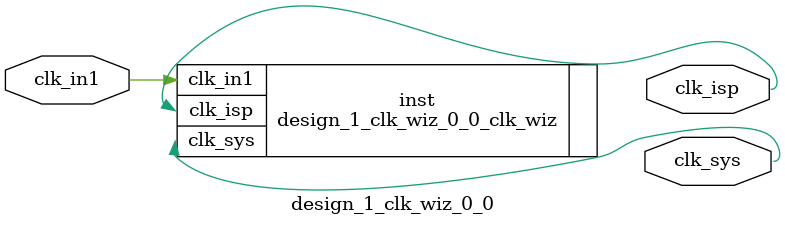
<source format=v>


`timescale 1ps/1ps

(* CORE_GENERATION_INFO = "design_1_clk_wiz_0_0,clk_wiz_v6_0_10_0_0,{component_name=design_1_clk_wiz_0_0,use_phase_alignment=false,use_min_o_jitter=false,use_max_i_jitter=false,use_dyn_phase_shift=false,use_inclk_switchover=false,use_dyn_reconfig=false,enable_axi=0,feedback_source=FDBK_AUTO,PRIMITIVE=MMCM,num_out_clk=2,clkin1_period=10.000,clkin2_period=10.000,use_power_down=false,use_reset=false,use_locked=false,use_inclk_stopped=false,feedback_type=SINGLE,CLOCK_MGR_TYPE=NA,manual_override=false}" *)

module design_1_clk_wiz_0_0 
 (
  // Clock out ports
  output        clk_sys,
  output        clk_isp,
 // Clock in ports
  input         clk_in1
 );

  design_1_clk_wiz_0_0_clk_wiz inst
  (
  // Clock out ports  
  .clk_sys(clk_sys),
  .clk_isp(clk_isp),
 // Clock in ports
  .clk_in1(clk_in1)
  );

endmodule

</source>
